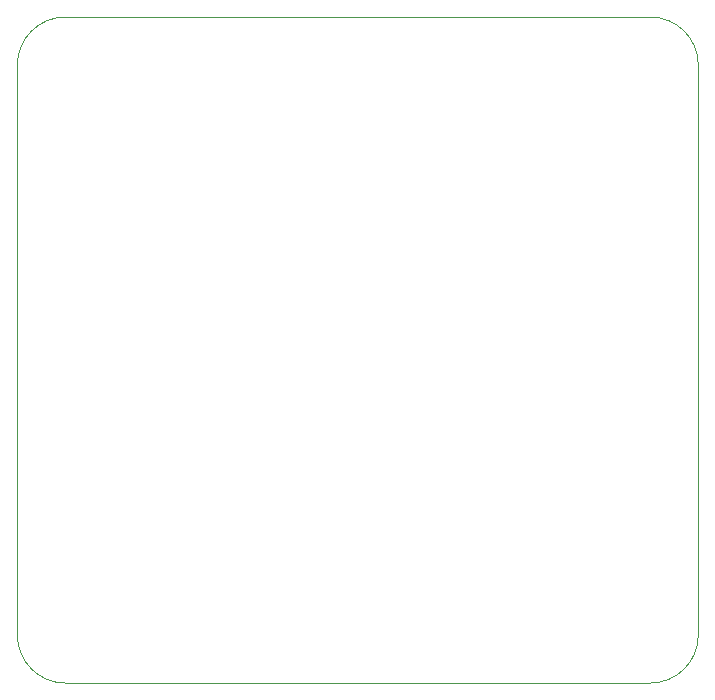
<source format=gbr>
G04 #@! TF.GenerationSoftware,KiCad,Pcbnew,(5.1.10)-1*
G04 #@! TF.CreationDate,2021-07-09T21:47:44+10:00*
G04 #@! TF.ProjectId,A600Keyboard_USB_Pico,41363030-4b65-4796-926f-6172645f5553,rev?*
G04 #@! TF.SameCoordinates,Original*
G04 #@! TF.FileFunction,Profile,NP*
%FSLAX46Y46*%
G04 Gerber Fmt 4.6, Leading zero omitted, Abs format (unit mm)*
G04 Created by KiCad (PCBNEW (5.1.10)-1) date 2021-07-09 21:47:44*
%MOMM*%
%LPD*%
G01*
G04 APERTURE LIST*
G04 #@! TA.AperFunction,Profile*
%ADD10C,0.050000*%
G04 #@! TD*
G04 APERTURE END LIST*
D10*
X132080000Y-116586000D02*
X132080000Y-68326000D01*
X185674000Y-120650000D02*
X136144000Y-120650000D01*
X189738000Y-68326000D02*
X189738000Y-116586000D01*
X136144000Y-64262000D02*
X185674000Y-64262000D01*
X132080000Y-68326000D02*
G75*
G02*
X136144000Y-64262000I4064000J0D01*
G01*
X136144000Y-120650000D02*
G75*
G02*
X132080000Y-116586000I0J4064000D01*
G01*
X189738000Y-116586000D02*
G75*
G02*
X185674000Y-120650000I-4064000J0D01*
G01*
X185674000Y-64262000D02*
G75*
G02*
X189738000Y-68326000I0J-4064000D01*
G01*
M02*

</source>
